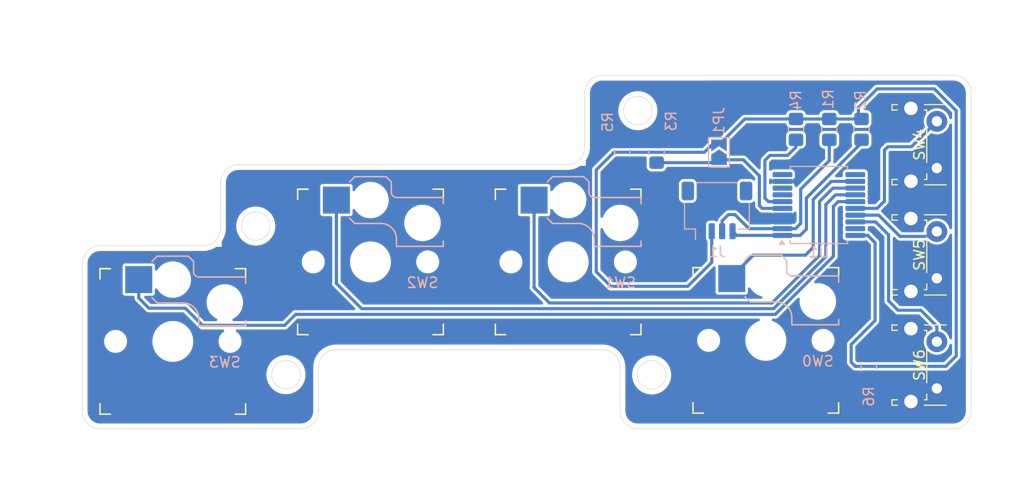
<source format=kicad_pcb>
(kicad_pcb (version 20241229) (generator "pcbnew") (generator_version "9.0")
  (layers (0 "F.Cu" signal) (2 "B.Cu" signal) (13 "F.Paste" user) (15 "B.Paste" user) (5 "F.SilkS" user "F.Silkscreen") (7 "B.SilkS" user "B.Silkscreen") (1 "F.Mask" user) (3 "B.Mask" user) (25 "Edge.Cuts" user))
  (net 0 "")
  (net 1 "GND")
  (net 2 "/SCL")
  (net 3 "/SDA")
  (net 4 "VCC")
  (net 5 "/A0")
  (net 6 "Net-(U1-~{RESET})")
  (net 7 "/index")
  (net 8 "/middle")
  (net 9 "/ring")
  (net 10 "/pinky")
  (net 11 "/white")
  (net 12 "/alpha")
  (net 13 "/numeric")
  (footprint "Button_Switch_THT:SW_Tactile_SPST_Angled_PTS645Vx83-2LFS" (layer "F.Cu") (at 236.3375 73.925 -90)
    (property "Reference" "SW4" (at 2.25 1.68 90) (layer "F.SilkS"))
    (property "Value" "rt-ang")
    (fp_line (start -1.61 4.31) (end -1.09 4.31) (stroke (width 0.12)) (layer "F.SilkS"))
    (fp_line (start 5.59 4.31) (end 6.11 4.31) (stroke (width 0.12)) (layer "F.SilkS"))
    (fp_line (start -1.61 3.8) (end -1.61 4.31) (stroke (width 0.12)) (layer "F.SilkS"))
    (fp_line (start -1.09 3.8) (end -1.09 4.31) (stroke (width 0.12)) (layer "F.SilkS"))
    (fp_line (start 5.59 3.8) (end 5.59 4.31) (stroke (width 0.12)) (layer "F.SilkS"))
    (fp_line (start 6.11 3.8) (end 6.11 4.31) (stroke (width 0.12)) (layer "F.SilkS"))
    (fp_line (start -1.09 0.97) (end -1.09 1.2) (stroke (width 0.12)) (layer "F.SilkS"))
    (fp_line (start -1.09 0.97) (end -0.55 0.97) (stroke (width 0.12)) (layer "F.SilkS"))
    (fp_line (start 0.55 0.97) (end 3.95 0.97) (stroke (width 0.12)) (layer "F.SilkS"))
    (fp_line (start 5.05 0.97) (end 5.59 0.97) (stroke (width 0.12)) (layer "F.SilkS"))
    (fp_line (start 5.59 0.97) (end 5.59 1.2) (stroke (width 0.12)) (layer "F.SilkS"))
    (fp_line (start -1.61 -0.9) (end -1.61 1.2) (stroke (width 0.12)) (layer "F.SilkS"))
    (fp_line (start 6.11 -0.9) (end 6.11 1.2) (stroke (width 0.12)) (layer "F.SilkS"))
    (pad "1" thru_hole circle (at 0 0 270) (size 2 2) (drill 0.99) (layers "*.Cu" "*.Mask") (net 11 "/white"))
    (pad "2" thru_hole circle (at 4.5 0 270) (size 2 2) (drill 0.99) (layers "*.Cu" "*.Mask") (net 1 "GND"))
    (pad "3" thru_hole circle (at -1.25 2.49 270) (size 2 2) (drill 1.3) (layers "*.Cu" "*.Mask") (net 1 "GND"))
    (pad "4" thru_hole circle (at 5.76 2.49 270) (size 2 2) (drill 1.3) (layers "*.Cu" "*.Mask") (net 1 "GND"))
  )
  (footprint "Button_Switch_THT:SW_Tactile_SPST_Angled_PTS645Vx83-2LFS" (layer "F.Cu") (at 236.3375 84.525 -90)
    (property "Reference" "SW5" (at 2.25 1.68 90) (layer "F.SilkS"))
    (property "Value" "rt-ang" (hide yes))
    (fp_line (start -1.61 4.31) (end -1.09 4.31) (stroke (width 0.12)) (layer "F.SilkS"))
    (fp_line (start 5.59 4.31) (end 6.11 4.31) (stroke (width 0.12)) (layer "F.SilkS"))
    (fp_line (start -1.61 3.8) (end -1.61 4.31) (stroke (width 0.12)) (layer "F.SilkS"))
    (fp_line (start -1.09 3.8) (end -1.09 4.31) (stroke (width 0.12)) (layer "F.SilkS"))
    (fp_line (start 5.59 3.8) (end 5.59 4.31) (stroke (width 0.12)) (layer "F.SilkS"))
    (fp_line (start 6.11 3.8) (end 6.11 4.31) (stroke (width 0.12)) (layer "F.SilkS"))
    (fp_line (start -1.09 0.97) (end -1.09 1.2) (stroke (width 0.12)) (layer "F.SilkS"))
    (fp_line (start -1.09 0.97) (end -0.55 0.97) (stroke (width 0.12)) (layer "F.SilkS"))
    (fp_line (start 0.55 0.97) (end 3.95 0.97) (stroke (width 0.12)) (layer "F.SilkS"))
    (fp_line (start 5.05 0.97) (end 5.59 0.97) (stroke (width 0.12)) (layer "F.SilkS"))
    (fp_line (start 5.59 0.97) (end 5.59 1.2) (stroke (width 0.12)) (layer "F.SilkS"))
    (fp_line (start -1.61 -0.9) (end -1.61 1.2) (stroke (width 0.12)) (layer "F.SilkS"))
    (fp_line (start 6.11 -0.9) (end 6.11 1.2) (stroke (width 0.12)) (layer "F.SilkS"))
    (pad "1" thru_hole circle (at 0 0 270) (size 2 2) (drill 0.99) (layers "*.Cu" "*.Mask") (net 12 "/alpha"))
    (pad "2" thru_hole circle (at 4.5 0 270) (size 2 2) (drill 0.99) (layers "*.Cu" "*.Mask") (net 1 "GND"))
    (pad "3" thru_hole circle (at -1.25 2.49 270) (size 2 2) (drill 1.3) (layers "*.Cu" "*.Mask") (net 1 "GND"))
    (pad "4" thru_hole circle (at 5.76 2.49 270) (size 2 2) (drill 1.3) (layers "*.Cu" "*.Mask") (net 1 "GND"))
  )
  (footprint "keyswitches:Kailh_socket_PG1350" (layer "F.Cu") (at 219.9 95 180)
    (property "Reference" "SW0" (at -5 -2 0) (layer "B.SilkS") (effects (justify mirror)))
    (property "Value" "SW_Push" (hide yes))
    (fp_line (start 7 7) (end 6 7) (stroke (width 0.15)) (layer "F.SilkS"))
    (fp_line (start 7 6) (end 7 7) (stroke (width 0.15)) (layer "F.SilkS"))
    (fp_line (start 7 -7) (end 7 -6) (stroke (width 0.15)) (layer "F.SilkS"))
    (fp_line (start 7 -7) (end 6 -7) (stroke (width 0.15)) (layer "F.SilkS"))
    (fp_line (start 6 7) (end 7 7) (stroke (width 0.15)) (layer "F.SilkS"))
    (fp_line (start -6 -7) (end -7 -7) (stroke (width 0.15)) (layer "F.SilkS"))
    (fp_line (start -7 7) (end -6 7) (stroke (width 0.15)) (layer "F.SilkS"))
    (fp_line (start -7 7) (end -7 6) (stroke (width 0.15)) (layer "F.SilkS"))
    (fp_line (start -7 -6) (end -7 -7) (stroke (width 0.15)) (layer "F.SilkS"))
    (fp_line (start 2 7.7) (end 1.5 8.2) (stroke (width 0.15)) (layer "B.SilkS"))
    (fp_line (start 2 4.2) (end 1.5 3.7) (stroke (width 0.15)) (layer "B.SilkS"))
    (fp_line (start 1.5 8.2) (end -1.5 8.2) (stroke (width 0.15)) (layer "B.SilkS"))
    (fp_line (start 1.5 3.7) (end -1 3.7) (stroke (width 0.15)) (layer "B.SilkS"))
    (fp_line (start -1.5 8.2) (end -2 7.7) (stroke (width 0.15)) (layer "B.SilkS"))
    (fp_line (start -2 6.7) (end -2 7.7) (stroke (width 0.15)) (layer "B.SilkS"))
    (fp_line (start -2.5 2.2) (end -2.5 1.5) (stroke (width 0.15)) (layer "B.SilkS"))
    (fp_line (start -2.5 1.5) (end -7 1.5) (stroke (width 0.15)) (layer "B.SilkS"))
    (fp_line (start -7 6.2) (end -2.5 6.2) (stroke (width 0.15)) (layer "B.SilkS"))
    (fp_line (start -7 5.6) (end -7 6.2) (stroke (width 0.15)) (layer "B.SilkS"))
    (fp_line (start -7 1.5) (end -7 2) (stroke (width 0.15)) (layer "B.SilkS"))
    (fp_arc (start -1 3.7) (mid -2.06066 3.26066) (end -2.5 2.2) (stroke (width 0.15)) (layer "B.SilkS"))
    (fp_arc (start -2.5 6.2) (mid -2.146447 6.346447) (end -2 6.7) (stroke (width 0.15)) (layer "B.SilkS"))
    (pad "" np_thru_hole circle (at -5.5 0 180) (size 1.7018 1.7018) (drill 1.7018) (layers "*.Cu" "*.Mask"))
    (pad "" np_thru_hole circle (at -5 3.75 180) (size 3 3) (drill 3) (layers "*.Cu" "*.Mask"))
    (pad "" np_thru_hole circle (at 0 0 180) (size 3.429 3.429) (drill 3.429) (layers "*.Cu" "*.Mask"))
    (pad "" np_thru_hole circle (at 0 5.95 180) (size 3 3) (drill 3) (layers "*.Cu" "*.Mask"))
    (pad "" np_thru_hole circle (at 5.5 0 180) (size 1.7018 1.7018) (drill 1.7018) (layers "*.Cu" "*.Mask"))
    (pad "1" smd rect (at 3.275 5.95 180) (size 2.6 2.6) (layers "B.Cu" "B.Mask" "B.Paste") (net 7 "/index"))
    (pad "2" smd rect (at -8.275 3.75 180) (size 2.6 2.6) (layers "B.Cu" "B.Mask" "B.Paste") (net 1 "GND"))
  )
  (footprint "Button_Switch_THT:SW_Tactile_SPST_Angled_PTS645Vx83-2LFS" (layer "F.Cu") (at 236.3375 95.125 -90)
    (property "Reference" "SW6" (at 2.25 1.68 90) (layer "F.SilkS"))
    (property "Value" "rt-ang" (hide yes))
    (fp_line (start -1.61 4.31) (end -1.09 4.31) (stroke (width 0.12)) (layer "F.SilkS"))
    (fp_line (start 5.59 4.31) (end 6.11 4.31) (stroke (width 0.12)) (layer "F.SilkS"))
    (fp_line (start -1.61 3.8) (end -1.61 4.31) (stroke (width 0.12)) (layer "F.SilkS"))
    (fp_line (start -1.09 3.8) (end -1.09 4.31) (stroke (width 0.12)) (layer "F.SilkS"))
    (fp_line (start 5.59 3.8) (end 5.59 4.31) (stroke (width 0.12)) (layer "F.SilkS"))
    (fp_line (start 6.11 3.8) (end 6.11 4.31) (stroke (width 0.12)) (layer "F.SilkS"))
    (fp_line (start -1.09 0.97) (end -1.09 1.2) (stroke (width 0.12)) (layer "F.SilkS"))
    (fp_line (start -1.09 0.97) (end -0.55 0.97) (stroke (width 0.12)) (layer "F.SilkS"))
    (fp_line (start 0.55 0.97) (end 3.95 0.97) (stroke (width 0.12)) (layer "F.SilkS"))
    (fp_line (start 5.05 0.97) (end 5.59 0.97) (stroke (width 0.12)) (layer "F.SilkS"))
    (fp_line (start 5.59 0.97) (end 5.59 1.2) (stroke (width 0.12)) (layer "F.SilkS"))
    (fp_line (start -1.61 -0.9) (end -1.61 1.2) (stroke (width 0.12)) (layer "F.SilkS"))
    (fp_line (start 6.11 -0.9) (end 6.11 1.2) (stroke (width 0.12)) (layer "F.SilkS"))
    (pad "1" thru_hole circle (at 0 0 270) (size 2 2) (drill 0.99) (layers "*.Cu" "*.Mask") (net 13 "/numeric"))
    (pad "2" thru_hole circle (at 4.5 0 270) (size 2 2) (drill 0.99) (layers "*.Cu" "*.Mask") (net 1 "GND"))
    (pad "3" thru_hole circle (at -1.25 2.49 270) (size 2 2) (drill 1.3) (layers "*.Cu" "*.Mask") (net 1 "GND"))
    (pad "4" thru_hole circle (at 5.76 2.49 270) (size 2 2) (drill 1.3) (layers "*.Cu" "*.Mask") (net 1 "GND"))
  )
  (footprint "keyswitches:Kailh_socket_PG1350" (layer "F.Cu") (at 181.9 87.45 180)
    (property "Reference" "SW2" (at -5 -2 0) (layer "B.SilkS") (effects (justify mirror)))
    (property "Value" "SW_Push" (hide yes))
    (fp_line (start 7 7) (end 6 7) (stroke (width 0.15)) (layer "F.SilkS"))
    (fp_line (start 7 6) (end 7 7) (stroke (width 0.15)) (layer "F.SilkS"))
    (fp_line (start 7 -7) (end 7 -6) (stroke (width 0.15)) (layer "F.SilkS"))
    (fp_line (start 7 -7) (end 6 -7) (stroke (width 0.15)) (layer "F.SilkS"))
    (fp_line (start 6 7) (end 7 7) (stroke (width 0.15)) (layer "F.SilkS"))
    (fp_line (start -6 -7) (end -7 -7) (stroke (width 0.15)) (layer "F.SilkS"))
    (fp_line (start -7 7) (end -6 7) (stroke (width 0.15)) (layer "F.SilkS"))
    (fp_line (start -7 7) (end -7 6) (stroke (width 0.15)) (layer "F.SilkS"))
    (fp_line (start -7 -6) (end -7 -7) (stroke (width 0.15)) (layer "F.SilkS"))
    (fp_line (start 2 7.7) (end 1.5 8.2) (stroke (width 0.15)) (layer "B.SilkS"))
    (fp_line (start 2 4.2) (end 1.5 3.7) (stroke (width 0.15)) (layer "B.SilkS"))
    (fp_line (start 1.5 8.2) (end -1.5 8.2) (stroke (width 0.15)) (layer "B.SilkS"))
    (fp_line (start 1.5 3.7) (end -1 3.7) (stroke (width 0.15)) (layer "B.SilkS"))
    (fp_line (start -1.5 8.2) (end -2 7.7) (stroke (width 0.15)) (layer "B.SilkS"))
    (fp_line (start -2 6.7) (end -2 7.7) (stroke (width 0.15)) (layer "B.SilkS"))
    (fp_line (start -2.5 2.2) (end -2.5 1.5) (stroke (width 0.15)) (layer "B.SilkS"))
    (fp_line (start -2.5 1.5) (end -7 1.5) (stroke (width 0.15)) (layer "B.SilkS"))
    (fp_line (start -7 6.2) (end -2.5 6.2) (stroke (width 0.15)) (layer "B.SilkS"))
    (fp_line (start -7 5.6) (end -7 6.2) (stroke (width 0.15)) (layer "B.SilkS"))
    (fp_line (start -7 1.5) (end -7 2) (stroke (width 0.15)) (layer "B.SilkS"))
    (fp_arc (start -1 3.7) (mid -2.06066 3.26066) (end -2.5 2.2) (stroke (width 0.15)) (layer "B.SilkS"))
    (fp_arc (start -2.5 6.2) (mid -2.146447 6.346447) (end -2 6.7) (stroke (width 0.15)) (layer "B.SilkS"))
    (pad "" np_thru_hole circle (at -5.5 0 180) (size 1.7018 1.7018) (drill 1.7018) (layers "*.Cu" "*.Mask"))
    (pad "" np_thru_hole circle (at -5 3.75 180) (size 3 3) (drill 3) (layers "*.Cu" "*.Mask"))
    (pad "" np_thru_hole circle (at 0 0 180) (size 3.429 3.429) (drill 3.429) (layers "*.Cu" "*.Mask"))
    (pad "" np_thru_hole circle (at 0 5.95 180) (size 3 3) (drill 3) (layers "*.Cu" "*.Mask"))
    (pad "" np_thru_hole circle (at 5.5 0 180) (size 1.7018 1.7018) (drill 1.7018) (layers "*.Cu" "*.Mask"))
    (pad "1" smd rect (at 3.275 5.95 180) (size 2.6 2.6) (layers "B.Cu" "B.Mask" "B.Paste") (net 9 "/ring"))
    (pad "2" smd rect (at -8.275 3.75 180) (size 2.6 2.6) (layers "B.Cu" "B.Mask" "B.Paste") (net 1 "GND"))
  )
  (footprint "keyswitches:Kailh_socket_PG1350" (layer "F.Cu") (at 162.9 95.1 180)
    (property "Reference" "SW3" (at -5 -2 0) (layer "B.SilkS") (effects (justify mirror)))
    (property "Value" "SW_Push" (hide yes))
    (fp_line (start 7 7) (end 6 7) (stroke (width 0.15)) (layer "F.SilkS"))
    (fp_line (start 7 6) (end 7 7) (stroke (width 0.15)) (layer "F.SilkS"))
    (fp_line (start 7 -7) (end 7 -6) (stroke (width 0.15)) (layer "F.SilkS"))
    (fp_line (start 7 -7) (end 6 -7) (stroke (width 0.15)) (layer "F.SilkS"))
    (fp_line (start 6 7) (end 7 7) (stroke (width 0.15)) (layer "F.SilkS"))
    (fp_line (start -6 -7) (end -7 -7) (stroke (width 0.15)) (layer "F.SilkS"))
    (fp_line (start -7 7) (end -6 7) (stroke (width 0.15)) (layer "F.SilkS"))
    (fp_line (start -7 7) (end -7 6) (stroke (width 0.15)) (layer "F.SilkS"))
    (fp_line (start -7 -6) (end -7 -7) (stroke (width 0.15)) (layer "F.SilkS"))
    (fp_line (start 2 7.7) (end 1.5 8.2) (stroke (width 0.15)) (layer "B.SilkS"))
    (fp_line (start 2 4.2) (end 1.5 3.7) (stroke (width 0.15)) (layer "B.SilkS"))
    (fp_line (start 1.5 8.2) (end -1.5 8.2) (stroke (width 0.15)) (layer "B.SilkS"))
    (fp_line (start 1.5 3.7) (end -1 3.7) (stroke (width 0.15)) (layer "B.SilkS"))
    (fp_line (start -1.5 8.2) (end -2 7.7) (stroke (width 0.15)) (layer "B.SilkS"))
    (fp_line (start -2 6.7) (end -2 7.7) (stroke (width 0.15)) (layer "B.SilkS"))
    (fp_line (start -2.5 2.2) (end -2.5 1.5) (stroke (width 0.15)) (layer "B.SilkS"))
    (fp_line (start -2.5 1.5) (end -7 1.5) (stroke (width 0.15)) (layer "B.SilkS"))
    (fp_line (start -7 6.2) (end -2.5 6.2) (stroke (width 0.15)) (layer "B.SilkS"))
    (fp_line (start -7 5.6) (end -7 6.2) (stroke (width 0.15)) (layer "B.SilkS"))
    (fp_line (start -7 1.5) (end -7 2) (stroke (width 0.15)) (layer "B.SilkS"))
    (fp_arc (start -1 3.7) (mid -2.06066 3.26066) (end -2.5 2.2) (stroke (width 0.15)) (layer "B.SilkS"))
    (fp_arc (start -2.5 6.2) (mid -2.146447 6.346447) (end -2 6.7) (stroke (width 0.15)) (layer "B.SilkS"))
    (pad "" np_thru_hole circle (at -5.5 0 180) (size 1.7018 1.7018) (drill 1.7018) (layers "*.Cu" "*.Mask"))
    (pad "" np_thru_hole circle (at -5 3.75 180) (size 3 3) (drill 3) (layers "*.Cu" "*.Mask"))
    (pad "" np_thru_hole circle (at 0 0 180) (size 3.429 3.429) (drill 3.429) (layers "*.Cu" "*.Mask"))
    (pad "" np_thru_hole circle (at 0 5.95 180) (size 3 3) (drill 3) (layers "*.Cu" "*.Mask"))
    (pad "" np_thru_hole circle (at 5.5 0 180) (size 1.7018 1.7018) (drill 1.7018) (layers "*.Cu" "*.Mask"))
    (pad "1" smd rect (at 3.275 5.95 180) (size 2.6 2.6) (layers "B.Cu" "B.Mask" "B.Paste") (net 10 "/pinky"))
    (pad "2" smd rect (at -8.275 3.75 180) (size 2.6 2.6) (layers "B.Cu" "B.Mask" "B.Paste") (net 1 "GND"))
  )
  (footprint "keyswitches:Kailh_socket_PG1350" (layer "F.Cu") (at 200.9 87.45 180)
    (property "Reference" "SW1" (at -5 -2 0) (layer "B.SilkS") (effects (justify mirror)))
    (property "Value" "SW_Push" (hide yes))
    (fp_line (start 7 7) (end 6 7) (stroke (width 0.15)) (layer "F.SilkS"))
    (fp_line (start 7 6) (end 7 7) (stroke (width 0.15)) (layer "F.SilkS"))
    (fp_line (start 7 -7) (end 7 -6) (stroke (width 0.15)) (layer "F.SilkS"))
    (fp_line (start 7 -7) (end 6 -7) (stroke (width 0.15)) (layer "F.SilkS"))
    (fp_line (start 6 7) (end 7 7) (stroke (width 0.15)) (layer "F.SilkS"))
    (fp_line (start -6 -7) (end -7 -7) (stroke (width 0.15)) (layer "F.SilkS"))
    (fp_line (start -7 7) (end -6 7) (stroke (width 0.15)) (layer "F.SilkS"))
    (fp_line (start -7 7) (end -7 6) (stroke (width 0.15)) (layer "F.SilkS"))
    (fp_line (start -7 -6) (end -7 -7) (stroke (width 0.15)) (layer "F.SilkS"))
    (fp_line (start 2 7.7) (end 1.5 8.2) (stroke (width 0.15)) (layer "B.SilkS"))
    (fp_line (start 2 4.2) (end 1.5 3.7) (stroke (width 0.15)) (layer "B.SilkS"))
    (fp_line (start 1.5 8.2) (end -1.5 8.2) (stroke (width 0.15)) (layer "B.SilkS"))
    (fp_line (start 1.5 3.7) (end -1 3.7) (stroke (width 0.15)) (layer "B.SilkS"))
    (fp_line (start -1.5 8.2) (end -2 7.7) (stroke (width 0.15)) (layer "B.SilkS"))
    (fp_line (start -2 6.7) (end -2 7.7) (stroke (width 0.15)) (layer "B.SilkS"))
    (fp_line (start -2.5 2.2) (end -2.5 1.5) (stroke (width 0.15)) (layer "B.SilkS"))
    (fp_line (start -2.5 1.5) (end -7 1.5) (stroke (width 0.15)) (layer "B.SilkS"))
    (fp_line (start -7 6.2) (end -2.5 6.2) (stroke (width 0.15)) (layer "B.SilkS"))
    (fp_line (start -7 5.6) (end -7 6.2) (stroke (width 0.15)) (layer "B.SilkS"))
    (fp_line (start -7 1.5) (end -7 2) (stroke (width 0.15)) (layer "B.SilkS"))
    (fp_arc (start -1 3.7) (mid -2.06066 3.26066) (end -2.5 2.2) (stroke (width 0.15)) (layer "B.SilkS"))
    (fp_arc (start -2.5 6.2) (mid -2.146447 6.346447) (end -2 6.7) (stroke (width 0.15)) (layer "B.SilkS"))
    (pad "" np_thru_hole circle (at -5.5 0 180) (size 1.7018 1.7018) (drill 1.7018) (layers "*.Cu" "*.Mask"))
    (pad "" np_thru_hole circle (at -5 3.75 180) (size 3 3) (drill 3) (layers "*.Cu" "*.Mask"))
    (pad "" np_thru_hole circle (at 0 0 180) (size 3.429 3.429) (drill 3.429) (layers "*.Cu" "*.Mask"))
    (pad "" np_thru_hole circle (at 0 5.95 180) (size 3 3) (drill 3) (layers "*.Cu" "*.Mask"))
    (pad "" np_thru_hole circle (at 5.5 0 180) (size 1.7018 1.7018) (drill 1.7018) (layers "*.Cu" "*.Mask"))
    (pad "1" smd rect (at 3.275 5.95 180) (size 2.6 2.6) (layers "B.Cu" "B.Mask" "B.Paste") (net 8 "/middle"))
    (pad "2" smd rect (at -8.275 3.75 180) (size 2.6 2.6) (layers "B.Cu" "B.Mask" "B.Paste") (net 1 "GND"))
  )
  (footprint "Jumper:SolderJumper-2_P1.3mm_Open_TrianglePad1.0x1.5mm" (layer "B.Cu") (at 215.4 76.9 90)
    (property "Reference" "JP1" (at 3 0 90) (layer "B.SilkS") (effects (justify mirror)))
    (property "Value" "SolderJumper_2_Open" (hide yes))
    (fp_line (start 1.4 -1) (end -1.4 -1) (stroke (width 0.12)) (layer "B.SilkS"))
    (fp_line (start -1.4 -1) (end -1.4 1) (stroke (width 0.12)) (layer "B.SilkS"))
    (fp_line (start 1.4 1) (end 1.4 -1) (stroke (width 0.12)) (layer "B.SilkS"))
    (fp_line (start -1.4 1) (end 1.4 1) (stroke (width 0.12)) (layer "B.SilkS"))
    (pad "1" smd custom (at -0.725 0 90) (size 0.3 0.3) (layers "B.Cu" "B.Mask") (net 5 "/A0") (options (clearance outline) (anchor rect)) (primitives (gr_poly (pts (xy 1 0) (xy 0.5 -0.75) (xy -0.5 -0.75) (xy -0.5 0.75) (xy 0.5 0.75)) (width 0) (fill yes))))
    (pad "2" smd custom (at 0.725 0 90) (size 0.3 0.3) (layers "B.Cu" "B.Mask") (net 4 "VCC") (options (clearance outline) (anchor rect)) (primitives (gr_poly (pts (xy 0.5 -0.75) (xy -0.65 -0.75) (xy -0.15 0) (xy -0.65 0.75) (xy 0.5 0.75)) (width 0) (fill yes))))
  )
  (footprint "Resistor_SMD:R_0805_2012Metric_Pad1.20x1.40mm_HandSolder" (layer "B.Cu") (at 226 74.7 -90)
    (property "Reference" "R1" (at -2.9 0.1 90) (layer "B.SilkS") (effects (justify mirror)))
    (property "Value" "10k")
    (fp_line (start -0.227064 0.735) (end 0.227064 0.735) (stroke (width 0.12)) (layer "B.SilkS"))
    (fp_line (start -0.227064 -0.735) (end 0.227064 -0.735) (stroke (width 0.12)) (layer "B.SilkS"))
    (pad "1" smd roundrect (at -1 0 270) (size 1.2 1.4) (layers "B.Cu" "B.Mask" "B.Paste") (roundrect_rratio 0.208333) (net 4 "VCC"))
    (pad "2" smd roundrect (at 1 0 270) (size 1.2 1.4) (layers "B.Cu" "B.Mask" "B.Paste") (roundrect_rratio 0.208333) (net 3 "/SDA"))
  )
  (footprint "Package_SO:SSOP-20_5.3x7.2mm_P0.65mm" (layer "B.Cu") (at 225 81.975)
    (property "Reference" "U1" (at 0 4.55 0) (layer "B.SilkS") (effects (justify mirror)))
    (property "Value" "MCP23008-xSS")
    (fp_line (start -2.76 -3.71) (end -2.76 -3.435) (stroke (width 0.12)) (layer "B.SilkS"))
    (fp_line (start -2.76 3.71) (end -2.76 3.435) (stroke (width 0.12)) (layer "B.SilkS"))
    (fp_line (start 0 -3.71) (end -2.76 -3.71) (stroke (width 0.12)) (layer "B.SilkS"))
    (fp_line (start 0 -3.71) (end 2.76 -3.71) (stroke (width 0.12)) (layer "B.SilkS"))
    (fp_line (start 0 3.71) (end -2.76 3.71) (stroke (width 0.12)) (layer "B.SilkS"))
    (fp_line (start 0 3.71) (end 2.76 3.71) (stroke (width 0.12)) (layer "B.SilkS"))
    (fp_line (start 2.76 -3.71) (end 2.76 -3.435) (stroke (width 0.12)) (layer "B.SilkS"))
    (fp_line (start 2.76 3.71) (end 2.76 3.435) (stroke (width 0.12)) (layer "B.SilkS"))
    (fp_poly (pts (xy -3.55 3.435) (xy -3.79 3.765) (xy -3.31 3.765) (xy -3.55 3.435)) (stroke (width 0.12)) (fill yes) (layer "B.SilkS"))
    (pad "1" smd roundrect (at -3.5 2.925) (size 1.9 0.5) (layers "B.Cu" "B.Mask" "B.Paste") (net 2 "/SCL"))
    (pad "2" smd roundrect (at -3.5 2.275) (size 1.9 0.5) (layers "B.Cu" "B.Mask" "B.Paste") (net 3 "/SDA"))
    (pad "3" smd roundrect (at -3.5 1.625) (size 1.9 0.5) (layers "B.Cu" "B.Mask" "B.Paste") (net 1 "GND"))
    (pad "4" smd roundrect (at -3.5 0.975) (size 1.9 0.5) (layers "B.Cu" "B.Mask" "B.Paste") (net 1 "GND"))
    (pad "5" smd roundrect (at -3.5 0.325) (size 1.9 0.5) (layers "B.Cu" "B.Mask" "B.Paste") (net 5 "/A0"))
    (pad "6" smd roundrect (at -3.5 -0.325) (size 1.9 0.5) (layers "B.Cu" "B.Mask" "B.Paste") (net 6 "Net-(U1-~{RESET})"))
    (pad "7" smd roundrect (at -3.5 -0.975) (size 1.9 0.5) (layers "B.Cu" "B.Mask" "B.Paste"))
    (pad "8" smd roundrect (at -3.5 -1.625) (size 1.9 0.5) (layers "B.Cu" "B.Mask" "B.Paste"))
    (pad "9" smd roundrect (at -3.5 -2.275) (size 1.9 0.5) (layers "B.Cu" "B.Mask" "B.Paste") (net 1 "GND"))
    (pad "10" smd roundrect (at -3.5 -2.925) (size 1.9 0.5) (layers "B.Cu" "B.Mask" "B.Paste"))
    (pad "11" smd roundrect (at 3.5 -2.925) (size 1.9 0.5) (layers "B.Cu" "B.Mask" "B.Paste"))
    (pad "12" smd roundrect (at 3.5 -2.275) (size 1.9 0.5) (layers "B.Cu" "B.Mask" "B.Paste") (net 7 "/index"))
    (pad "13" smd roundrect (at 3.5 -1.625) (size 1.9 0.5) (layers "B.Cu" "B.Mask" "B.Paste") (net 8 "/middle"))
    (pad "14" smd roundrect (at 3.5 -0.975) (size 1.9 0.5) (layers "B.Cu" "B.Mask" "B.Paste") (net 9 "/ring"))
    (pad "15" smd roundrect (at 3.5 -0.325) (size 1.9 0.5) (layers "B.Cu" "B.Mask" "B.Paste") (net 10 "/pinky"))
    (pad "16" smd roundrect (at 3.5 0.325) (size 1.9 0.5) (layers "B.Cu" "B.Mask" "B.Paste") (net 11 "/white"))
    (pad "17" smd roundrect (at 3.5 0.975) (size 1.9 0.5) (layers "B.Cu" "B.Mask" "B.Paste") (net 12 "/alpha"))
    (pad "18" smd roundrect (at 3.5 1.625) (size 1.9 0.5) (layers "B.Cu" "B.Mask" "B.Paste") (net 13 "/numeric"))
    (pad "19" smd roundrect (at 3.5 2.275) (size 1.9 0.5) (layers "B.Cu" "B.Mask" "B.Paste"))
    (pad "20" smd roundrect (at 3.5 2.925) (size 1.9 0.5) (layers "B.Cu" "B.Mask" "B.Paste") (net 4 "VCC"))
  )
  (footprint "Resistor_SMD:R_0805_2012Metric_Pad1.20x1.40mm_HandSolder" (layer "B.Cu") (at 209.4 76.9 -90)
    (property "Reference" "R3" (at -3 -1.4 90) (layer "B.SilkS") (effects (justify mirror)))
    (property "Value" "10k")
    (fp_line (start -0.227064 0.735) (end 0.227064 0.735) (stroke (width 0.12)) (layer "B.SilkS"))
    (fp_line (start -0.227064 -0.735) (end 0.227064 -0.735) (stroke (width 0.12)) (layer "B.SilkS"))
    (pad "1" smd roundrect (at -1 0 270) (size 1.2 1.4) (layers "B.Cu" "B.Mask" "B.Paste") (roundrect_rratio 0.208333) (net 1 "GND"))
    (pad "2" smd roundrect (at 1 0 270) (size 1.2 1.4) (layers "B.Cu" "B.Mask" "B.Paste") (roundrect_rratio 0.208333) (net 5 "/A0"))
  )
  (footprint "Resistor_SMD:R_0805_2012Metric_Pad1.20x1.40mm_HandSolder" (layer "B.Cu") (at 222.8 74.7 -90)
    (property "Reference" "R4" (at -2.8 0 90) (layer "B.SilkS") (effects (justify mirror)))
    (property "Value" "10k")
    (fp_line (start -0.227064 0.735) (end 0.227064 0.735) (stroke (width 0.12)) (layer "B.SilkS"))
    (fp_line (start -0.227064 -0.735) (end 0.227064 -0.735) (stroke (width 0.12)) (layer "B.SilkS"))
    (pad "1" smd roundrect (at -1 0 270) (size 1.2 1.4) (layers "B.Cu" "B.Mask" "B.Paste") (roundrect_rratio 0.208333) (net 4 "VCC"))
    (pad "2" smd roundrect (at 1 0 270) (size 1.2 1.4) (layers "B.Cu" "B.Mask" "B.Paste") (roundrect_rratio 0.208333) (net 6 "Net-(U1-~{RESET})"))
  )
  (footprint "Resistor_SMD:R_0805_2012Metric_Pad1.20x1.40mm_HandSolder" (layer "B.Cu") (at 229.8 97.5 90)
    (property "Reference" "R6" (at -2.9 0 90) (layer "B.SilkS") (effects (justify mirror)))
    (property "Value" "0")
    (fp_line (start -0.227064 -0.735) (end 0.227064 -0.735) (stroke (width 0.12)) (layer "B.SilkS"))
    (fp_line (start -0.227064 0.735) (end 0.227064 0.735) (stroke (width 0.12)) (layer "B.SilkS"))
    (pad "1" smd roundrect (at -1 0 90) (size 1.2 1.4) (layers "B.Cu" "B.Mask" "B.Paste") (roundrect_rratio 0.208333) (net 1 "GND"))
    (pad "2" smd roundrect (at 1 0 90) (size 1.2 1.4) (layers "B.Cu" "B.Mask" "B.Paste") (roundrect_rratio 0.208333) (net 1 "GND"))
  )
  (footprint "Connector_JST:JST_SH_SM04B-SRSS-TB_1x04-1MP_P1.00mm_Horizontal" (layer "B.Cu") (at 215.2 82.5)
    (property "Reference" "J1" (at 0 3.98 0) (layer "B.SilkS") (effects (justify mirror)))
    (property "Value" "Conn_01x04_Socket" (hide yes))
    (fp_line (start -3.11 -0.715) (end -3.11 1.785) (stroke (width 0.12)) (layer "B.SilkS"))
    (fp_line (start -3.11 1.785) (end -2.06 1.785) (stroke (width 0.12)) (layer "B.SilkS"))
    (fp_line (start -2.06 1.785) (end -2.06 2.775) (stroke (width 0.12)) (layer "B.SilkS"))
    (fp_line (start -1.94 -2.685) (end 1.94 -2.685) (stroke (width 0.12)) (layer "B.SilkS"))
    (fp_line (start 3.11 -0.715) (end 3.11 1.785) (stroke (width 0.12)) (layer "B.SilkS"))
    (fp_line (start 3.11 1.785) (end 2.06 1.785) (stroke (width 0.12)) (layer "B.SilkS"))
    (pad "1" smd roundrect (at -1.5 2) (size 0.6 1.55) (layers "B.Cu" "B.Mask" "B.Paste") (net 1 "GND"))
    (pad "2" smd roundrect (at -0.5 2) (size 0.6 1.55) (layers "B.Cu" "B.Mask" "B.Paste") (net 4 "VCC"))
    (pad "3" smd roundrect (at 0.5 2) (size 0.6 1.55) (layers "B.Cu" "B.Mask" "B.Paste") (net 3 "/SDA"))
    (pad "4" smd roundrect (at 1.5 2) (size 0.6 1.55) (layers "B.Cu" "B.Mask" "B.Paste") (net 2 "/SCL"))
    (pad "MP" smd roundrect (at -2.8 -1.875) (size 1.2 1.8) (layers "B.Cu" "B.Mask" "B.Paste") (roundrect_rratio 0.208333))
    (pad "MP" smd roundrect (at 2.8 -1.875) (size 1.2 1.8) (layers "B.Cu" "B.Mask" "B.Paste") (roundrect_rratio 0.208333))
  )
  (footprint "Resistor_SMD:R_0805_2012Metric_Pad1.20x1.40mm_HandSolder" (layer "B.Cu") (at 206.1 76.9 -90)
    (property "Reference" "R5" (at -2.9 1.4 90) (layer "B.SilkS") (effects (justify mirror)))
    (property "Value" "0")
    (fp_line (start -0.227064 0.735) (end 0.227064 0.735) (stroke (width 0.12)) (layer "B.SilkS"))
    (fp_line (start -0.227064 -0.735) (end 0.227064 -0.735) (stroke (width 0.12)) (layer "B.SilkS"))
    (pad "1" smd roundrect (at -1 0 270) (size 1.2 1.4) (layers "B.Cu" "B.Mask" "B.Paste") (roundrect_rratio 0.208333) (net 1 "GND"))
    (pad "2" smd roundrect (at 1 0 270) (size 1.2 1.4) (layers "B.Cu" "B.Mask" "B.Paste") (roundrect_rratio 0.208333) (net 1 "GND"))
  )
  (footprint "Resistor_SMD:R_0805_2012Metric_Pad1.20x1.40mm_HandSolder" (layer "B.Cu") (at 229.1 74.7 -90)
    (property "Reference" "R2" (at -2.8 0.1 90) (layer "B.SilkS") (effects (justify mirror)))
    (property "Value" "10k")
    (fp_line (start -0.227064 0.735) (end 0.227064 0.735) (stroke (width 0.12)) (layer "B.SilkS"))
    (fp_line (start -0.227064 -0.735) (end 0.227064 -0.735) (stroke (width 0.12)) (layer "B.SilkS"))
    (pad "1" smd roundrect (at -1 0 270) (size 1.2 1.4) (layers "B.Cu" "B.Mask" "B.Paste") (roundrect_rratio 0.208333) (net 4 "VCC"))
    (pad "2" smd roundrect (at 1 0 270) (size 1.2 1.4) (layers "B.Cu" "B.Mask" "B.Paste") (roundrect_rratio 0.208333) (net 2 "/SCL"))
  )
  (gr_line (start 175.1979 103.497918) (end 155.9021 103.497918) (stroke (width 0.05)) (layer "Edge.Cuts"))
  (gr_arc (start 207.597918 103.502082) (mid 206.395836 103.004164) (end 205.897918 101.802082) (stroke (width 0.05)) (layer "Edge.Cuts"))
  (gr_arc (start 176.902082 97.602082) (mid 177.4 96.4) (end 178.602082 95.902082) (stroke (width 0.05)) (layer "Edge.Cuts"))
  (gr_arc (start 155.902082 103.497918) (mid 154.7 103) (end 154.202082 101.797918) (stroke (width 0.05)) (layer "Edge.Cuts"))
  (gr_arc (start 154.202082 87.602082) (mid 154.7 86.4) (end 155.902082 85.902082) (stroke (width 0.05)) (layer "Edge.Cuts"))
  (gr_arc (start 167.502082 79.802082) (mid 168 78.6) (end 169.202082 78.102082) (stroke (width 0.05)) (layer "Edge.Cuts"))
  (gr_arc (start 202.497918 71.202082) (mid 202.996446 69.998528) (end 204.2 69.5) (stroke (width 0.05)) (layer "Edge.Cuts"))
  (gr_arc (start 202.497918 76.397918) (mid 202 77.6) (end 200.797918 78.097918) (stroke (width 0.05)) (layer "Edge.Cuts"))
  (gr_line (start 154.202082 101.7979) (end 154.202082 87.602082) (stroke (width 0.05)) (layer "Edge.Cuts"))
  (gr_circle (center 207.6 72.9) (end 208.975 72.9) (stroke (width 0.05)) (fill no) (layer "Edge.Cuts"))
  (gr_line (start 155.9021 85.902082) (end 165.797918 85.897918) (stroke (width 0.05)) (layer "Edge.Cuts"))
  (gr_line (start 202.5 71.2021) (end 202.497918 76.3979) (stroke (width 0.05)) (layer "Edge.Cuts"))
  (gr_line (start 200.8 78.097918) (end 169.202082 78.099966) (stroke (width 0.05)) (layer "Edge.Cuts"))
  (gr_arc (start 167.497918 84.197918) (mid 167 85.4) (end 165.797918 85.897918) (stroke (width 0.05)) (layer "Edge.Cuts"))
  (gr_line (start 205.896736 101.8) (end 205.899099 97.604164) (stroke (width 0.05)) (layer "Edge.Cuts"))
  (gr_arc (start 239.63 101.8) (mid 239.132082 103.002082) (end 237.93 103.5) (stroke (width 0.05)) (layer "Edge.Cuts"))
  (gr_arc (start 204.197918 95.902082) (mid 205.4 96.4) (end 205.897918 97.602082) (stroke (width 0.05)) (layer "Edge.Cuts"))
  (gr_circle (center 173.775 98.3) (end 175.15 98.3) (stroke (width 0.05)) (fill no) (layer "Edge.Cuts"))
  (gr_line (start 167.5 84.197918) (end 167.502082 79.802082) (stroke (width 0.05)) (layer "Edge.Cuts"))
  (gr_line (start 237.93 69.5) (end 204.2 69.502082) (stroke (width 0.05)) (layer "Edge.Cuts"))
  (gr_arc (start 176.897918 101.797918) (mid 176.4 103) (end 175.197918 103.497918) (stroke (width 0.05)) (layer "Edge.Cuts"))
  (gr_circle (center 208.925 98.325) (end 210.3 98.325) (stroke (width 0.05)) (fill no) (layer "Edge.Cuts"))
  (gr_circle (center 170.875 84) (end 172.25 84) (stroke (width 0.05)) (fill no) (layer "Edge.Cuts"))
  (gr_line (start 237.93 103.5) (end 207.5979 103.502082) (stroke (width 0.05)) (layer "Edge.Cuts"))
  (gr_line (start 239.63 71.202082) (end 239.63 101.7979) (stroke (width 0.05)) (layer "Edge.Cuts"))
  (gr_line (start 176.897917 101.797918) (end 176.90028 97.602082) (stroke (width 0.05)) (layer "Edge.Cuts"))
  (gr_arc (start 237.93 69.5) (mid 239.132082 69.997918) (end 239.63 71.2) (stroke (width 0.05)) (layer "Edge.Cuts"))
  (gr_line (start 178.602082 95.902082) (end 204.197918 95.900071) (stroke (width 0.05)) (layer "Edge.Cuts"))
  (segment (start 217.1 84.9) (end 216.7 84.5) (width 0.3) (layer "B.Cu") (net 2))
  (segment (start 221.5 84.9) (end 217.1 84.9) (width 0.3) (layer "B.Cu") (net 2))
  (segment (start 223.2 84.9) (end 223.8 84.3) (width 0.3) (layer "B.Cu") (net 2))
  (segment (start 223.8 84.3) (end 223.8 81.3) (width 0.3) (layer "B.Cu") (net 2))
  (segment (start 229.1 76) (end 229.1 75.7) (width 0.3) (layer "B.Cu") (net 2))
  (segment (start 228.8 76) (end 229.1 75.7) (width 0.3) (layer "B.Cu") (net 2))
  (segment (start 223.8 81.3) (end 229.1 76) (width 0.3) (layer "B.Cu") (net 2))
  (segment (start 221.5 84.9) (end 223.2 84.9) (width 0.3) (layer "B.Cu") (net 2))
  (segment (start 226 77.7) (end 223.25 80.45) (width 0.3) (layer "B.Cu") (net 3))
  (segment (start 223.25 83.75) (end 222.75 84.25) (width 0.3) (layer "B.Cu") (net 3))
  (segment (start 216.3 82.9) (end 215.7 83.5) (width 0.3) (layer "B.Cu") (net 3))
  (segment (start 222.75 84.25) (end 221.5 84.25) (width 0.3) (layer "B.Cu") (net 3))
  (segment (start 218.28 84.25) (end 216.93 82.9) (width 0.3) (layer "B.Cu") (net 3))
  (segment (start 216.93 82.9) (end 216.3 82.9) (width 0.3) (layer "B.Cu") (net 3))
  (segment (start 215.7 83.5) (end 215.7 84.5) (width 0.3) (layer "B.Cu") (net 3))
  (segment (start 221.5 84.25) (end 218.28 84.25) (width 0.3) (layer "B.Cu") (net 3))
  (segment (start 226 75.7) (end 226 77.7) (width 0.3) (layer "B.Cu") (net 3))
  (segment (start 223.25 80.45) (end 223.25 83.75) (width 0.3) (layer "B.Cu") (net 3))
  (segment (start 237.2 97.5) (end 228.5 97.5) (width 0.3) (layer "B.Cu") (net 4))
  (segment (start 222.8 73.7) (end 217.875 73.7) (width 0.3) (layer "B.Cu") (net 4))
  (segment (start 238.2 72.9) (end 238.2 96.5) (width 0.3) (layer "B.Cu") (net 4))
  (segment (start 214.7 84.5) (end 214.7 87.5) (width 0.3) (layer "B.Cu") (net 4))
  (segment (start 217.875 73.7) (end 215.4 76.175) (width 0.3) (layer "B.Cu") (net 4))
  (segment (start 214.7 87.5) (end 212.4 89.8) (width 0.3) (layer "B.Cu") (net 4))
  (segment (start 229.7 84.9) (end 228.5 84.9) (width 0.3) (layer "B.Cu") (net 4))
  (segment (start 203.6 78.6) (end 205.3 76.9) (width 0.3) (layer "B.Cu") (net 4))
  (segment (start 229.1 73.7) (end 228.8 73.4) (width 0.3) (layer "B.Cu") (net 4))
  (segment (start 203.6 88.4) (end 203.6 78.6) (width 0.3) (layer "B.Cu") (net 4))
  (segment (start 226 73.7) (end 222.8 73.7) (width 0.3) (layer "B.Cu") (net 4))
  (segment (start 228.1 95.4) (end 230.4 93.1) (width 0.3) (layer "B.Cu") (net 4))
  (segment (start 212.4 89.8) (end 205 89.8) (width 0.3) (layer "B.Cu") (net 4))
  (segment (start 228.8 73.4) (end 228.8 72.6) (width 0.3) (layer "B.Cu") (net 4))
  (segment (start 230.4 93.1) (end 230.4 85.6) (width 0.3) (layer "B.Cu") (net 4))
  (segment (start 229.1 73.7) (end 226 73.7) (width 0.3) (layer "B.Cu") (net 4))
  (segment (start 205.3 76.9) (end 214 76.9) (width 0.3) (layer "B.Cu") (net 4))
  (segment (start 228.8 72.6) (end 230.6 70.8) (width 0.3) (layer "B.Cu") (net 4))
  (segment (start 230.6 70.8) (end 236.1 70.8) (width 0.3) (layer "B.Cu") (net 4))
  (segment (start 236.1 70.8) (end 238.2 72.9) (width 0.3) (layer "B.Cu") (net 4))
  (segment (start 228.1 97.1) (end 228.1 95.4) (width 0.3) (layer "B.Cu") (net 4))
  (segment (start 228.5 97.5) (end 228.1 97.1) (width 0.3) (layer "B.Cu") (net 4))
  (segment (start 205 89.8) (end 203.6 88.4) (width 0.3) (layer "B.Cu") (net 4))
  (segment (start 238.2 96.5) (end 237.2 97.5) (width 0.3) (layer "B.Cu") (net 4))
  (segment (start 214 76.9) (end 214.725 76.175) (width 0.3) (layer "B.Cu") (net 4))
  (segment (start 230.4 85.6) (end 229.7 84.9) (width 0.3) (layer "B.Cu") (net 4))
  (segment (start 214.725 76.175) (end 215.4 76.175) (width 0.3) (layer "B.Cu") (net 4))
  (segment (start 221.5 82.3) (end 219.55 82.3) (width 0.3) (layer "B.Cu") (net 5))
  (segment (start 217.735 77.625) (end 215.4 77.625) (width 0.3) (layer "B.Cu") (net 5))
  (segment (start 219.28 79.17) (end 217.735 77.625) (width 0.3) (layer "B.Cu") (net 5))
  (segment (start 215.125 77.9) (end 215.4 77.625) (width 0.3) (layer "B.Cu") (net 5))
  (segment (start 219.55 82.3) (end 219.28 82.03) (width 0.3) (layer "B.Cu") (net 5))
  (segment (start 219.28 82.03) (end 219.28 79.17) (width 0.3) (layer "B.Cu") (net 5))
  (segment (start 209.4 77.9) (end 215.125 77.9) (width 0.3) (layer "B.Cu") (net 5))
  (segment (start 219.81 81.31) (end 219.81 77.69) (width 0.3) (layer "B.Cu") (net 6))
  (segment (start 222 77.2) (end 222.8 76.4) (width 0.3) (layer "B.Cu") (net 6))
  (segment (start 222.8 76.4) (end 222.8 75.7) (width 0.3) (layer "B.Cu") (net 6))
  (segment (start 221.5 81.65) (end 220.15 81.65) (width 0.3) (layer "B.Cu") (net 6))
  (segment (start 220.3 77.2) (end 222 77.2) (width 0.3) (layer "B.Cu") (net 6))
  (segment (start 219.81 77.69) (end 220.3 77.2) (width 0.3) (layer "B.Cu") (net 6))
  (segment (start 220.15 81.65) (end 219.81 81.31) (width 0.3) (layer "B.Cu") (net 6))
  (segment (start 228.5 79.7) (end 226.2 79.7) (width 0.3) (layer "B.Cu") (net 7))
  (segment (start 216.625 88.875) (end 216.625 89.05) (width 0.3) (layer "B.Cu") (net 7))
  (segment (start 223.7 86.8) (end 218.7 86.8) (width 0.3) (layer "B.Cu") (net 7))
  (segment (start 224.45444 81.44556) (end 224.45444 86.04556) (width 0.3) (layer "B.Cu") (net 7))
  (segment (start 226.2 79.7) (end 224.45444 81.44556) (width 0.3) (layer "B.Cu") (net 7))
  (segment (start 218.7 86.8) (end 216.625 88.875) (width 0.3) (layer "B.Cu") (net 7))
  (segment (start 224.45444 86.04556) (end 223.7 86.8) (width 0.3) (layer "B.Cu") (net 7))
  (segment (start 226.35 80.35) (end 228.5 80.35) (width 0.3) (layer "B.Cu") (net 8))
  (segment (start 197.625 89.875) (end 197.625 81.5) (width 0.3) (layer "B.Cu") (net 8))
  (segment (start 197.6 89.9) (end 197.625 89.875) (width 0.3) (layer "B.Cu") (net 8))
  (segment (start 225.066742 81.633258) (end 225.066742 86.824738) (width 0.3) (layer "B.Cu") (net 8))
  (segment (start 226.35 80.35) (end 225.066742 81.633258) (width 0.3) (layer "B.Cu") (net 8))
  (segment (start 199.1 91.4) (end 197.6 89.9) (width 0.3) (layer "B.Cu") (net 8))
  (segment (start 220.49148 91.4) (end 199.1 91.4) (width 0.3) (layer "B.Cu") (net 8))
  (segment (start 225.066742 86.824738) (end 220.49148 91.4) (width 0.3) (layer "B.Cu") (net 8))
  (segment (start 225.669476 81.930524) (end 225.669476 86.930524) (width 0.3) (layer "B.Cu") (net 9))
  (segment (start 178.6 89.5) (end 178.625 89.475) (width 0.3) (layer "B.Cu") (net 9))
  (segment (start 226.6 81) (end 225.669476 81.930524) (width 0.3) (layer "B.Cu") (net 9))
  (segment (start 225.669476 86.930524) (end 220.650001 91.949999) (width 0.3) (layer "B.Cu") (net 9))
  (segment (start 226.6 81) (end 228.5 81) (width 0.3) (layer "B.Cu") (net 9))
  (segment (start 220.650001 91.949999) (end 181.049999 91.949999) (width 0.3) (layer "B.Cu") (net 9))
  (segment (start 178.625 89.475) (end 178.625 81.5) (width 0.3) (layer "B.Cu") (net 9))
  (segment (start 181.049999 91.949999) (end 178.6 89.5) (width 0.3) (layer "B.Cu") (net 9))
  (segment (start 220.855522 92.450999) (end 220.805521 92.501) (width 0.3) (layer "B.Cu") (net 10))
  (segment (start 221.151001 92.157519) (end 220.857522 92.450999) (width 0.3) (layer "B.Cu") (net 10))
  (segment (start 220.805521 92.501) (end 174.701 92.501) (width 0.3) (layer "B.Cu") (net 10))
  (segment (start 226.170476 87.136045) (end 226.170476 87.138045) (width 0.3) (layer "B.Cu") (net 10))
  (segment (start 164.1 91.9) (end 165.75 93.55) (width 0.3) (layer "B.Cu") (net 10))
  (segment (start 159.625 90.925) (end 160.6 91.9) (width 0.3) (layer "B.Cu") (net 10))
  (segment (start 226.170476 87.138045) (end 221.151001 92.157519) (width 0.3) (layer "B.Cu") (net 10))
  (segment (start 159.625 89.15) (end 159.625 90.925) (width 0.3) (layer "B.Cu") (net 10))
  (segment (start 226.396584 86.909937) (end 226.170476 87.136045) (width 0.3) (layer "B.Cu") (net 10))
  (segment (start 228.5 81.65) (end 226.85 81.65) (width 0.3) (layer "B.Cu") (net 10))
  (segment (start 226.85 81.65) (end 226.396584 82.103416) (width 0.3) (layer "B.Cu") (net 10))
  (segment (start 174.701 92.501) (end 174.6952 92.501) (width 0.3) (layer "B.Cu") (net 10))
  (segment (start 160.6 91.9) (end 164.1 91.9) (width 0.3) (layer "B.Cu") (net 10))
  (segment (start 220.857522 92.450999) (end 220.855522 92.450999) (width 0.3) (layer "B.Cu") (net 10))
  (segment (start 165.75 93.55) (end 173.652 93.55) (width 0.3) (layer "B.Cu") (net 10))
  (segment (start 226.396584 82.103416) (end 226.396584 86.909937) (width 0.3) (layer "B.Cu") (net 10))
  (segment (start 173.652 93.55) (end 174.701 92.501) (width 0.3) (layer "B.Cu") (net 10))
  (segment (start 159.95 89.15) (end 159.625 89.15) (width 0.3) (layer "B.Cu") (net 10))
  (segment (start 230.6 82.3) (end 231.3 81.6) (width 0.3) (layer "B.Cu") (net 11))
  (segment (start 231.63 76.37) (end 233.89 76.37) (width 0.3) (layer "B.Cu") (net 11))
  (segment (start 235.6625 74.6) (end 236.3375 73.925) (width 0.3) (layer "B.Cu") (net 11))
  (segment (start 228.5 82.3) (end 230.6 82.3) (width 0.3) (layer "B.Cu") (net 11))
  (segment (start 235.66 74.6) (end 235.6625 74.6) (width 0.3) (layer "B.Cu") (net 11))
  (segment (start 231.3 81.6) (end 231.3 76.7) (width 0.3) (layer "B.Cu") (net 11))
  (segment (start 233.89 76.37) (end 235.66 74.6) (width 0.3) (layer "B.Cu") (net 11))
  (segment (start 231.3 76.7) (end 231.63 76.37) (width 0.3) (layer "B.Cu") (net 11))
  (segment (start 232.8 85) (end 235.8625 85) (width 0.3) (layer "B.Cu") (net 12))
  (segment (start 235.8625 85) (end 236.3375 84.525) (width 0.3) (layer "B.Cu") (net 12))
  (segment (start 228.5 82.95) (end 230.75 82.95) (width 0.3) (layer "B.Cu") (net 12))
  (segment (start 230.75 82.95) (end 232.8 85) (width 0.3) (layer "B.Cu") (net 12))
  (segment (start 231.7 91.2) (end 232.6 92.1) (width 0.3) (layer "B.Cu") (net 13))
  (segment (start 230.45 83.6) (end 231.7 84.85) (width 0.3) (layer "B.Cu") (net 13))
  (segment (start 232.6 92.1) (end 234.8 92.1) (width 0.3) (layer "B.Cu") (net 13))
  (segment (start 231.7 84.85) (end 231.7 91.2) (width 0.3) (layer "B.Cu") (net 13))
  (segment (start 236.3375 93.6375) (end 236.3375 95.125) (width 0.3) (layer "B.Cu") (net 13))
  (segment (start 234.8 92.1) (end 236.3375 93.6375) (width 0.3) (layer "B.Cu") (net 13))
  (segment (start 228.5 83.6) (end 230.45 83.6) (width 0.3) (layer "B.Cu") (net 13))
  (zone (net 1) (net_name "GND") (layer "B.Cu") (connect_pads yes (clearance 0.25)) (min_thickness 0.25) (fill yes (thermal_gap 0.25) (thermal_bridge_width 1))
    (polygon (pts (xy 238.2 69.6) (xy 203.9 69.6) (xy 202.6 70.8) (xy 202.6 78.2) (xy 168.9 78.2) (xy 167.6 79.4) (xy 167.6 86) (xy 155.6 86) (xy 154.3 87.3) (xy 154.3 102.1) (xy 155.6 103.4) (xy 175.5 103.4) (xy 176.8 102.1) (xy 176.8 96.4) (xy 178 95.8) (xy 204.6 95.8) (xy 205.7 96.4) (xy 206 97) (xy 206 102.1) (xy 207.3 103.4) (xy 238.2 103.4) (xy 239.5 102.2) (xy 239.5 70.8)))
  )
)
</source>
